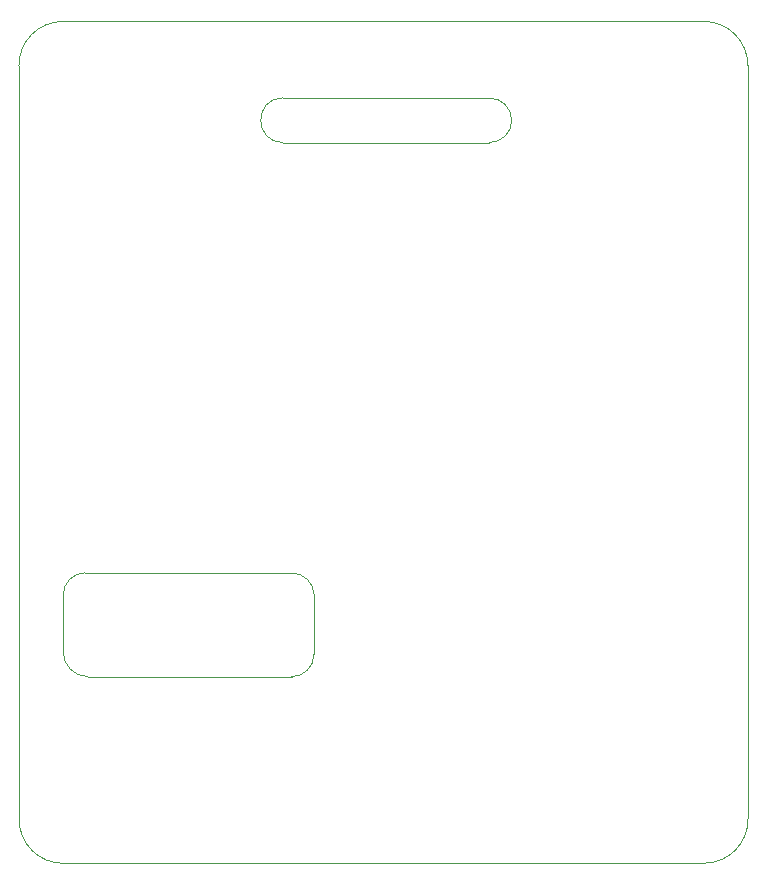
<source format=gbr>
%TF.GenerationSoftware,KiCad,Pcbnew,6.0.10-86aedd382b~118~ubuntu22.04.1*%
%TF.CreationDate,2023-01-22T12:34:59+01:00*%
%TF.ProjectId,pcb,7063622e-6b69-4636-9164-5f7063625858,rev?*%
%TF.SameCoordinates,Original*%
%TF.FileFunction,Profile,NP*%
%FSLAX46Y46*%
G04 Gerber Fmt 4.6, Leading zero omitted, Abs format (unit mm)*
G04 Created by KiCad (PCBNEW 6.0.10-86aedd382b~118~ubuntu22.04.1) date 2023-01-22 12:34:59*
%MOMM*%
%LPD*%
G01*
G04 APERTURE LIST*
%TA.AperFunction,Profile*%
%ADD10C,0.100000*%
%TD*%
G04 APERTURE END LIST*
D10*
X56740063Y-85360001D02*
G75*
G03*
X58863767Y-87502841I2121637J-21099D01*
G01*
X56720000Y-32019996D02*
G75*
G03*
X52990000Y-35820000I2200J-3732804D01*
G01*
X53008335Y-99587778D02*
X52990000Y-35820000D01*
X114710016Y-35750000D02*
G75*
G03*
X110941388Y-32018122I-3726116J6000D01*
G01*
X77980000Y-80530000D02*
X77976196Y-85600909D01*
X58610000Y-78700020D02*
G75*
G03*
X56740000Y-80560000I9900J-1879980D01*
G01*
X58610000Y-78700000D02*
X76080000Y-78720000D01*
X76082077Y-87502821D02*
G75*
G03*
X77976196Y-85600909I2223J1891921D01*
G01*
X75350000Y-38490000D02*
X92820000Y-38510000D01*
X75352077Y-42271931D02*
X92822077Y-42271931D01*
X53008309Y-99587778D02*
G75*
G03*
X56790000Y-103300000I3726091J13478D01*
G01*
X114710000Y-35750000D02*
X114730000Y-99500000D01*
X58863767Y-87502841D02*
X76082077Y-87502841D01*
X77979911Y-80530003D02*
G75*
G03*
X76080000Y-78720000I-1880911J-72197D01*
G01*
X92822077Y-42271940D02*
G75*
G03*
X92820000Y-38510000I16993J1880980D01*
G01*
X56740000Y-80560000D02*
X56740000Y-85360000D01*
X75350000Y-38489998D02*
G75*
G03*
X75352077Y-42271931I10010J-1890962D01*
G01*
X111017778Y-103291652D02*
G75*
G03*
X114730000Y-99500000I-13378J3726152D01*
G01*
X111017778Y-103291665D02*
X56790000Y-103300000D01*
X56720000Y-32020000D02*
X110941388Y-32018122D01*
M02*

</source>
